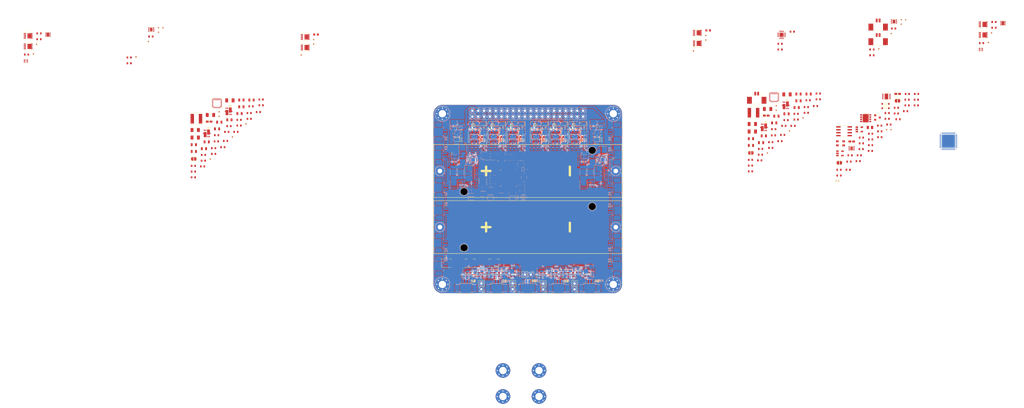
<source format=kicad_pcb>
(kicad_pcb (version 20210623) (generator pcbnew)

  (general
    (thickness 1)
  )

  (paper "A4")
  (title_block
    (title "BUTCube - EPS")
    (date "2021-08-20")
    (rev "v1.0")
    (company "VUT - FIT(STRaDe) & FME(IAE & IPE)")
    (comment 1 "Author: Petr Malaník")
  )

  (layers
    (0 "F.Cu" signal)
    (1 "In1.Cu" power)
    (2 "In2.Cu" mixed)
    (31 "B.Cu" signal)
    (32 "B.Adhes" user "B.Adhesive")
    (33 "F.Adhes" user "F.Adhesive")
    (34 "B.Paste" user)
    (35 "F.Paste" user)
    (36 "B.SilkS" user "B.Silkscreen")
    (37 "F.SilkS" user "F.Silkscreen")
    (38 "B.Mask" user)
    (39 "F.Mask" user)
    (40 "Dwgs.User" user "User.Drawings")
    (41 "Cmts.User" user "User.Comments")
    (42 "Eco1.User" user "User.Eco1")
    (43 "Eco2.User" user "User.Eco2")
    (44 "Edge.Cuts" user)
    (45 "Margin" user)
    (46 "B.CrtYd" user "B.Courtyard")
    (47 "F.CrtYd" user "F.Courtyard")
    (48 "B.Fab" user)
    (49 "F.Fab" user)
    (50 "User.1" user)
    (51 "User.2" user)
    (52 "User.3" user)
    (53 "User.4" user)
    (54 "User.5" user)
    (55 "User.6" user)
    (56 "User.7" user)
    (57 "User.8" user)
    (58 "User.9" user)
  )

  (setup
    (stackup
      (layer "F.SilkS" (type "Top Silk Screen"))
      (layer "F.Paste" (type "Top Solder Paste"))
      (layer "F.Mask" (type "Top Solder Mask") (color "Green") (thickness 0.01))
      (layer "F.Cu" (type "copper") (thickness 0.035))
      (layer "dielectric 1" (type "core") (thickness 0.28) (material "FR4") (epsilon_r 4.5) (loss_tangent 0.02))
      (layer "In1.Cu" (type "copper") (thickness 0.035))
      (layer "dielectric 2" (type "prepreg") (thickness 0.28) (material "FR4") (epsilon_r 4.5) (loss_tangent 0.02))
      (layer "In2.Cu" (type "copper") (thickness 0.035))
      (layer "dielectric 3" (type "core") (thickness 0.28) (material "FR4") (epsilon_r 4.5) (loss_tangent 0.02))
      (layer "B.Cu" (type "copper") (thickness 0.035))
      (layer "B.Mask" (type "Bottom Solder Mask") (color "Green") (thickness 0.01))
      (layer "B.Paste" (type "Bottom Solder Paste"))
      (layer "B.SilkS" (type "Bottom Silk Screen"))
      (copper_finish "Immersion gold")
      (dielectric_constraints no)
    )
    (pad_to_mask_clearance 0)
    (pcbplotparams
      (layerselection 0x00010fc_ffffffff)
      (disableapertmacros false)
      (usegerberextensions false)
      (usegerberattributes true)
      (usegerberadvancedattributes true)
      (creategerberjobfile true)
      (svguseinch false)
      (svgprecision 6)
      (excludeedgelayer true)
      (plotframeref false)
      (viasonmask false)
      (mode 1)
      (useauxorigin false)
      (hpglpennumber 1)
      (hpglpenspeed 20)
      (hpglpendiameter 15.000000)
      (dxfpolygonmode true)
      (dxfimperialunits true)
      (dxfusepcbnewfont true)
      (psnegative false)
      (psa4output false)
      (plotreference true)
      (plotvalue true)
      (plotinvisibletext false)
      (sketchpadsonfab false)
      (subtractmaskfromsilk false)
      (outputformat 1)
      (mirror false)
      (drillshape 1)
      (scaleselection 1)
      (outputdirectory "")
    )
  )

  (net 0 "")
  (net 1 "Net-(C1-Pad1)")
  (net 2 "VBUS")
  (net 3 "/Unit #1/MCU/MCU_POWER")
  (net 4 "/Unit #1/Battery charger/BAT")
  (net 5 "/Unit #1/Battery charger/SOLAR_IN")
  (net 6 "/USB power/USB_POWER")
  (net 7 "Net-(C6-Pad1)")
  (net 8 "Net-(C6-Pad2)")
  (net 9 "Net-(C7-Pad1)")
  (net 10 "GND")
  (net 11 "Net-(C7-Pad2)")
  (net 12 "Net-(C8-Pad1)")
  (net 13 "/Unit #1/Battery charger/PMID")
  (net 14 "/Unit #1/Battery charger/SYS")
  (net 15 "/Unit #1/Battery charger/REGN")
  (net 16 "/Unit #1/Activation control/PWR_OUT")
  (net 17 "Net-(C29-Pad1)")
  (net 18 "/Unit #1/MCU/OUT_CUR")
  (net 19 "Net-(C32-Pad1)")
  (net 20 "/Unit #1/MCU/VREF")
  (net 21 "Net-(C47-Pad1)")
  (net 22 "/Unit #2/MCU/MCU_POWER")
  (net 23 "/Unit #2/Battery charger/SOLAR_IN")
  (net 24 "Net-(C52-Pad1)")
  (net 25 "Net-(C52-Pad2)")
  (net 26 "Net-(C53-Pad1)")
  (net 27 "Net-(C53-Pad2)")
  (net 28 "Net-(C54-Pad1)")
  (net 29 "/Unit #2/Battery charger/PMID")
  (net 30 "/Unit #2/Battery charger/SYS")
  (net 31 "/Unit #2/Battery charger/REGN")
  (net 32 "/Unit #2/Activation control/PWR_OUT")
  (net 33 "Net-(C75-Pad1)")
  (net 34 "/Unit #2/MCU/OUT_CUR")
  (net 35 "Net-(C78-Pad1)")
  (net 36 "/Unit #2/MCU/VREF")
  (net 37 "Net-(C93-Pad1)")
  (net 38 "Net-(C94-Pad1)")
  (net 39 "/Unit #1/Output control/PWR_OUT")
  (net 40 "Net-(C96-Pad1)")
  (net 41 "Net-(C97-Pad1)")
  (net 42 "/Unit #2/Output control/PWR_OUT")
  (net 43 "Net-(C101-Pad1)")
  (net 44 "Net-(C102-Pad1)")
  (net 45 "Net-(C106-Pad1)")
  (net 46 "Net-(C107-Pad1)")
  (net 47 "Net-(C111-Pad1)")
  (net 48 "Net-(C112-Pad1)")
  (net 49 "Net-(C116-Pad1)")
  (net 50 "Net-(C117-Pad1)")
  (net 51 "Net-(C121-Pad1)")
  (net 52 "Net-(C122-Pad1)")
  (net 53 "/Unit #1/ADC/VBAT_CUR")
  (net 54 "/Unit #2/ADC/VBAT_CUR")
  (net 55 "Net-(C129-Pad1)")
  (net 56 "Net-(C130-Pad1)")
  (net 57 "Net-(C131-Pad1)")
  (net 58 "Net-(C132-Pad1)")
  (net 59 "Net-(C133-Pad1)")
  (net 60 "/Unit #2/Activation control/Activation logic/PWR_IN")
  (net 61 "Net-(C138-Pad1)")
  (net 62 "Net-(C139-Pad1)")
  (net 63 "Net-(C140-Pad1)")
  (net 64 "Net-(C141-Pad1)")
  (net 65 "Net-(C142-Pad1)")
  (net 66 "/Unit #1/Activation control/Activation logic/PWR_IN")
  (net 67 "Net-(D2-Pad2)")
  (net 68 "/Stack connector/CAN_L")
  (net 69 "/Stack connector/CAN_H")
  (net 70 "/Unit #1/ADC/1V8_CUR")
  (net 71 "/Unit #2/ADC/1V8_CUR")
  (net 72 "/Unit #1/ADC/3V3_CUR")
  (net 73 "/Unit #2/ADC/3V3_CUR")
  (net 74 "/Unit #1/ADC/5V_CUR")
  (net 75 "/Unit #2/ADC/5V_CUR")
  (net 76 "/Unit #1/Activation control/PWR_IN")
  (net 77 "/Unit #1/MCU/POWER")
  (net 78 "Net-(F3-Pad2)")
  (net 79 "/Unit #2/Activation control/PWR_IN")
  (net 80 "/Unit #2/MCU/POWER")
  (net 81 "Net-(F6-Pad2)")
  (net 82 "Net-(F7-Pad1)")
  (net 83 "/Unit #1/1V8")
  (net 84 "Net-(F8-Pad1)")
  (net 85 "/Unit #2/1V8")
  (net 86 "Net-(F9-Pad1)")
  (net 87 "/Unit #1/3V3")
  (net 88 "Net-(F10-Pad1)")
  (net 89 "/Unit #2/3V3")
  (net 90 "Net-(F11-Pad1)")
  (net 91 "/Unit #1/5V")
  (net 92 "Net-(F12-Pad1)")
  (net 93 "/Unit #2/5V")
  (net 94 "Net-(F13-Pad1)")
  (net 95 "/Unit #1/VBAT")
  (net 96 "Net-(F14-Pad1)")
  (net 97 "/Unit #2/VBAT")
  (net 98 "Net-(J7-Pad1)")
  (net 99 "/Unit #1/MCU/DBG_TX")
  (net 100 "/Unit #1/MCU/DBG_RX")
  (net 101 "/Unit #1/MCU/SWCLK")
  (net 102 "/Unit #1/MCU/SWDIO")
  (net 103 "/Unit #1/Battery temperature control/NTC_OUT")
  (net 104 "Net-(J11-Pad1)")
  (net 105 "/Stack connector/EPS#1_CHARGE")
  (net 106 "/Stack connector/RS_485_~{B}")
  (net 107 "/Stack connector/RS_485_A")
  (net 108 "/Stack connector/EPS#2_CHARGE")
  (net 109 "Net-(J19-Pad1)")
  (net 110 "/Unit #2/MCU/DBG_TX")
  (net 111 "/Unit #2/MCU/DBG_RX")
  (net 112 "/Unit #2/MCU/SWCLK")
  (net 113 "/Unit #2/MCU/SWDIO")
  (net 114 "/Unit #2/Battery temperature control/NTC_OUT")
  (net 115 "Net-(J23-Pad1)")
  (net 116 "/Activation switches/RBF_PIN")
  (net 117 "/Activation switches/SW_#1")
  (net 118 "/Activation switches/SW_#2")
  (net 119 "/Activation switches/SW_#3")
  (net 120 "/Activation switches/SW_#4")
  (net 121 "Net-(JP1-Pad2)")
  (net 122 "Net-(JP2-Pad1)")
  (net 123 "/Unit #1/MCU/NRST")
  (net 124 "Net-(JP3-Pad1)")
  (net 125 "Net-(JP3-Pad2)")
  (net 126 "Net-(JP4-Pad2)")
  (net 127 "Net-(JP5-Pad1)")
  (net 128 "/Unit #2/MCU/NRST")
  (net 129 "Net-(JP6-Pad1)")
  (net 130 "Net-(JP6-Pad2)")
  (net 131 "Net-(L3-Pad1)")
  (net 132 "Net-(L3-Pad2)")
  (net 133 "Net-(L4-Pad1)")
  (net 134 "Net-(L4-Pad2)")
  (net 135 "Net-(L5-Pad1)")
  (net 136 "Net-(L5-Pad2)")
  (net 137 "Net-(L6-Pad1)")
  (net 138 "Net-(L6-Pad2)")
  (net 139 "Net-(L7-Pad1)")
  (net 140 "Net-(L7-Pad2)")
  (net 141 "Net-(L8-Pad1)")
  (net 142 "Net-(L8-Pad2)")
  (net 143 "Net-(Q1-PadG1)")
  (net 144 "Net-(Q1-PadS1)")
  (net 145 "Net-(Q2-PadG1)")
  (net 146 "Net-(Q2-PadS1)")
  (net 147 "/Unit #1/Activation control/Activation logic/SEP_EN")
  (net 148 "Net-(Q3-Pad5)")
  (net 149 "/Unit #1/Activation control/Activation logic/RBF_EN")
  (net 150 "Net-(Q5-Pad1)")
  (net 151 "Net-(Q5-Pad3)")
  (net 152 "Net-(Q7-Pad1)")
  (net 153 "Net-(Q7-Pad4)")
  (net 154 "Net-(Q7-Pad5)")
  (net 155 "Net-(Q9-PadG1)")
  (net 156 "Net-(Q9-PadS1)")
  (net 157 "Net-(Q10-PadG1)")
  (net 158 "Net-(Q10-PadS1)")
  (net 159 "/Unit #2/Activation control/Activation logic/SEP_EN")
  (net 160 "Net-(Q11-Pad5)")
  (net 161 "/Unit #2/Activation control/Activation logic/RBF_EN")
  (net 162 "Net-(Q13-Pad1)")
  (net 163 "Net-(Q13-Pad3)")
  (net 164 "Net-(Q15-Pad1)")
  (net 165 "Net-(Q15-Pad4)")
  (net 166 "Net-(Q15-Pad5)")
  (net 167 "Net-(Q17-Pad4)")
  (net 168 "Net-(Q17-Pad5)")
  (net 169 "Net-(Q18-Pad1)")
  (net 170 "Net-(Q18-Pad4)")
  (net 171 "Net-(Q19-Pad4)")
  (net 172 "Net-(Q19-Pad5)")
  (net 173 "Net-(Q20-Pad1)")
  (net 174 "Net-(Q20-Pad4)")
  (net 175 "/Unit #1/Power supplies/Power_supply_1V8/PER_POWER")
  (net 176 "/Unit #1/MCU/1V8_EN")
  (net 177 "/Unit #2/Power supplies/Power_supply_1V8/PER_POWER")
  (net 178 "/Unit #2/MCU/1V8_EN")
  (net 179 "/Unit #1/MCU/3V3_EN")
  (net 180 "/Unit #2/MCU/3V3_EN")
  (net 181 "/Unit #1/Power supplies/Power_supply_5V/PER_POWER")
  (net 182 "/Unit #1/MCU/5V_EN")
  (net 183 "/Unit #2/Power supplies/Power_supply_5V/PER_POWER")
  (net 184 "/Unit #2/MCU/5V_EN")
  (net 185 "Net-(Q27-Pad1)")
  (net 186 "/Unit #1/MCU/VBAT_EN")
  (net 187 "Net-(Q28-Pad1)")
  (net 188 "/Unit #2/MCU/VBAT_EN")
  (net 189 "/Unit #1/Battery charger/D+")
  (net 190 "/Unit #1/Battery charger/D-")
  (net 191 "Net-(R5-Pad2)")
  (net 192 "Net-(R6-Pad2)")
  (net 193 "Net-(R7-Pad1)")
  (net 194 "Net-(R8-Pad2)")
  (net 195 "Net-(D1-Pad2)")
  (net 196 "Net-(R11-Pad1)")
  (net 197 "Net-(R16-Pad2)")
  (net 198 "Net-(R17-Pad2)")
  (net 199 "Net-(R18-Pad2)")
  (net 200 "Net-(R21-Pad2)")
  (net 201 "Net-(R22-Pad1)")
  (net 202 "Net-(R24-Pad2)")
  (net 203 "/Unit #1/MCU/VBAT")
  (net 204 "/Unit #1/MCU/VDDUSB")
  (net 205 "Net-(R30-Pad1)")
  (net 206 "/Unit #1/MCU/CAN_RS")
  (net 207 "/Unit #1/MCU/RS_485_R_EN")
  (net 208 "/Unit #1/MCU/RS_485_T_EN")
  (net 209 "/Unit #1/Battery temperature control/EN")
  (net 210 "/Unit #1/Battery temperature control/NTC_REF")
  (net 211 "/Unit #2/Battery charger/D+")
  (net 212 "/Unit #2/Battery charger/D-")
  (net 213 "Net-(R47-Pad2)")
  (net 214 "Net-(R57-Pad2)")
  (net 215 "/Unit #2/MCU/VBAT")
  (net 216 "/Unit #2/MCU/VDDUSB")
  (net 217 "/Unit #2/MCU/CAN_RS")
  (net 218 "/Unit #2/MCU/RS_485_R_EN")
  (net 219 "/Unit #2/MCU/RS_485_T_EN")
  (net 220 "/Unit #2/Battery temperature control/EN")
  (net 221 "/Unit #2/Battery temperature control/NTC_REF")
  (net 222 "Net-(R82-Pad1)")
  (net 223 "Net-(R91-Pad2)")
  (net 224 "Net-(R98-Pad2)")
  (net 225 "Net-(R105-Pad2)")
  (net 226 "Net-(R112-Pad2)")
  (net 227 "Net-(R119-Pad2)")
  (net 228 "/Unit #1/Battery temperature control/~{FAULT}")
  (net 229 "/Unit #2/Battery temperature control/~{FAULT}")
  (net 230 "Net-(TP61-Pad1)")
  (net 231 "Net-(TP62-Pad1)")
  (net 232 "Net-(TP63-Pad1)")
  (net 233 "Net-(TP64-Pad1)")
  (net 234 "Net-(TP67-Pad1)")
  (net 235 "Net-(TP69-Pad1)")
  (net 236 "Net-(TP70-Pad1)")
  (net 237 "Net-(TP71-Pad1)")
  (net 238 "Net-(TP72-Pad1)")
  (net 239 "Net-(TP75-Pad1)")
  (net 240 "/Unit #1/ADC/~{CS}")
  (net 241 "/Unit #1/MCU/SPI_MISO")
  (net 242 "/Unit #1/MCU/SPI_SCK")
  (net 243 "/Unit #1/MCU/SPI_MOSI")
  (net 244 "Net-(D1-Pad1)")
  (net 245 "/Unit #1/Battery charger/SCL")
  (net 246 "/Unit #1/Battery charger/SDA")
  (net 247 "/Unit #1/Battery charger/~{INT}")
  (net 248 "/Unit #1/MCU/WDG_RESET")
  (net 249 "/Unit #1/MCU/FRAM_CS")
  (net 250 "/Unit #1/MCU/LSE")
  (net 251 "/Unit #1/MCU/HSE")
  (net 252 "/Unit #1/Battery charger/BAT_ALERT")
  (net 253 "/Unit #1/MCU/RS_485_R")
  (net 254 "/Unit #1/MCU/RS_485_T")
  (net 255 "/Unit #1/MCU/CAN_RX")
  (net 256 "/Unit #1/MCU/CAN_TX")
  (net 257 "/Unit #2/ADC/~{CS}")
  (net 258 "/Unit #2/MCU/SPI_MISO")
  (net 259 "/Unit #2/MCU/SPI_SCK")
  (net 260 "/Unit #2/MCU/SPI_MOSI")
  (net 261 "Net-(D5-Pad1)")
  (net 262 "/Unit #2/Battery charger/SCL")
  (net 263 "/Unit #2/Battery charger/SDA")
  (net 264 "/Unit #2/Battery charger/~{INT}")
  (net 265 "/Unit #2/MCU/WDG_RESET")
  (net 266 "/Unit #2/MCU/FRAM_CS")
  (net 267 "/Unit #2/MCU/LSE")
  (net 268 "/Unit #2/MCU/HSE")
  (net 269 "/Unit #2/Battery charger/BAT_ALERT")
  (net 270 "/Unit #2/MCU/RS_485_R")
  (net 271 "/Unit #2/MCU/RS_485_T")
  (net 272 "/Unit #2/MCU/CAN_RX")
  (net 273 "/Unit #2/MCU/CAN_TX")
  (net 274 "Net-(U52-Pad6)")
  (net 275 "Net-(U53-Pad8)")
  (net 276 "Net-(U54-Pad12)")
  (net 277 "Net-(U48-Pad6)")
  (net 278 "Net-(U48-Pad8)")
  (net 279 "Net-(U48-Pad12)")
  (net 280 "Net-(U49-Pad10)")
  (net 281 "Net-(U49-Pad8)")
  (net 282 "Net-(U49-Pad12)")
  (net 283 "Net-(U50-Pad12)")
  (net 284 "Net-(U52-Pad8)")
  (net 285 "Net-(U52-Pad12)")
  (net 286 "Net-(U53-Pad10)")
  (net 287 "Net-(U53-Pad12)")
  (net 288 "Net-(D4-Pad1)")
  (net 289 "Net-(D7-Pad1)")
  (net 290 "Net-(D7-Pad2)")
  (net 291 "Net-(D8-Pad2)")
  (net 292 "Net-(D10-Pad1)")
  (net 293 "Net-(D11-Pad1)")
  (net 294 "/Unit #1/MCU/LED1")
  (net 295 "/Unit #1/MCU/LED2")
  (net 296 "Net-(R41-Pad1)")
  (net 297 "Net-(R46-Pad2)")
  (net 298 "Net-(R48-Pad1)")
  (net 299 "Net-(R49-Pad2)")
  (net 300 "Net-(R52-Pad1)")
  (net 301 "Net-(R58-Pad2)")
  (net 302 "Net-(R59-Pad2)")
  (net 303 "Net-(R62-Pad2)")
  (net 304 "Net-(R63-Pad1)")
  (net 305 "Net-(R65-Pad2)")
  (net 306 "Net-(R71-Pad1)")
  (net 307 "/Unit #2/MCU/LED1")
  (net 308 "/Unit #2/MCU/LED2")
  (net 309 "Net-(R84-Pad1)")
  (net 310 "Net-(R86-Pad1)")
  (net 311 "Net-(R88-Pad2)")
  (net 312 "Net-(R89-Pad1)")
  (net 313 "Net-(R95-Pad2)")
  (net 314 "Net-(R96-Pad1)")
  (net 315 "Net-(R102-Pad2)")
  (net 316 "Net-(R103-Pad1)")
  (net 317 "Net-(R109-Pad2)")
  (net 318 "Net-(R110-Pad1)")
  (net 319 "Net-(R116-Pad2)")
  (net 320 "Net-(R117-Pad1)")
  (net 321 "Net-(R123-Pad2)")
  (net 322 "Net-(R124-Pad1)")
  (net 323 "Net-(R126-Pad2)")
  (net 324 "Net-(R132-Pad2)")
  (net 325 "Net-(R137-Pad2)")
  (net 326 "/Unit #2/Battery charger/BAT")
  (net 327 "/Unit #1/Battery charger/BAT+")
  (net 328 "/Unit #2/Battery charger/BAT+")

  (footprint "TCY_passives:C_0603_1608Metric" (layer "F.Cu") (at -6.69 62.6))

  (footprint "TCY_passives:C_0603_1608Metric" (layer "F.Cu") (at 252.82 41.71))

  (footprint "TCY_passives:R_0603_1608Metric" (layer "F.Cu") (at 227.69 63.37))

  (footprint "Diode_SMD:D_SOD-323F" (layer "F.Cu") (at 95.1 59.325 180))

  (footprint "TCY_passives:C_0603_1608Metric" (layer "F.Cu") (at 261.855 74.97))

  (footprint "TCY_IC:VQFN-HR_29(34)_4x4mm_P0.4mm" (layer "F.Cu") (at 233.555 40.775))

  (footprint "TCY_passives:R_0603_1608Metric" (layer "F.Cu") (at 93.1 53.725 90))

  (footprint "Package_TO_SOT_SMD:SOT-23-5" (layer "F.Cu") (at 262.275 65.33))

  (footprint "TCY_passives:R_0603_1608Metric" (layer "F.Cu") (at 276.2 19.99))

  (footprint "MountingHole:MountingHole_3.2mm_M3_Pad_Via" (layer "F.Cu") (at 89 122.5))

  (footprint "TCY_passives:R_0603_1608Metric" (layer "F.Cu") (at 107.05 58.2))

  (footprint "TCY_passives:C_0603_1608Metric" (layer "F.Cu") (at -15.51 71.01))

  (footprint "TCY_connectors:TestPoint_Pad_D0.5mm" (layer "F.Cu") (at 158.4 59.9))

  (footprint "TCY_connectors:Amphenol_10114830-11102LF_1x02_P1.25mm_Horizontal" (layer "F.Cu") (at 99.25 122))

  (footprint "TCY_passives:R_0603_1608Metric" (layer "F.Cu") (at 113.7 118.2 -90))

  (footprint "TCY_passives:R_0603_1608Metric" (layer "F.Cu") (at 276.2 22.5))

  (footprint "TCY_passives:R_0603_1608Metric" (layer "F.Cu") (at 151.187255 118.138244 -90))

  (footprint "TCY_passives:R_0603_1608Metric" (layer "F.Cu") (at 266.705 66.18))

  (footprint "TCY_connectors:TestPoint_Pad_D0.5mm" (layer "F.Cu") (at -44.52 23.21))

  (footprint "TCY_connectors:TestPoint_Pad_D0.5mm" (layer "F.Cu") (at -12.13 67.78))

  (footprint "TCY_passives:R_0603_1608Metric" (layer "F.Cu") (at 295.555 41.88))

  (footprint "TCY_passives:R_0603_1608Metric" (layer "F.Cu") (at 223.28 70.65))

  (footprint "Connector_PinHeader_2.54mm:PinHeader_1x02_P2.54mm_Vertical" (layer "F.Cu") (at 146.6 124.675 180))

  (footprint "TCY_passives:C_0603_1608Metric" (layer "F.Cu") (at 287.585 50.43))

  (footprint "TCY_passives:R_0603_1608Metric" (layer "F.Cu") (at 248.41 42.15))

  (footprint "TCY_passives:R_0603_1608Metric" (layer "F.Cu") (at -38.05 14.32))

  (footprint "TCY_passives:R_0603_1608Metric" (layer "F.Cu") (at -86.81 12.98))

  (footprint "TCY_passives:R_0603_1608Metric" (layer "F.Cu") (at 290.875 46.9))

  (footprint "TCY_passives:R_0603_1608Metric" (layer "F.Cu") (at 115.45 55.4))

  (footprint "TCY_passives:R_0603_1608Metric" (layer "F.Cu") (at 150.8 54 180))

  (footprint "TCY_connectors:TestPoint_Pad_D0.5mm" (layer "F.Cu") (at -39.08 16.55))

  (footprint "TCY_connectors:TestPoint_Pad_D0.5mm" (layer "F.Cu") (at -8.29 47.2))

  (footprint "TCY_passives:C_0805_2012Metric" (layer "F.Cu") (at 233.61 52.02))

  (footprint "TCY_passives:R_0603_1608Metric" (layer "F.Cu") (at -10.7 63.04))

  (footprint "TCY_passives:R_0603_1608Metric" (layer "F.Cu") (at 237.31 57.26))

  (footprint "TCY_passives:R_0603_1608Metric" (layer "F.Cu") (at 131.987255 118.138244 90))

  (footprint "TCY_passives:C_0603_1608Metric" (layer "F.Cu") (at 282.855 50.23))

  (footprint "TCY_passives:R_0603_1608Metric" (layer "F.Cu") (at 271.625 60.94))

  (footprint "TCY_passives:C_0603_1608Metric" (layer "F.Cu") (at 223.28 73.16))

  (footprint "TCY_connectors:TestPoint_Pad_D0.5mm" (layer "F.Cu") (at 290.92 6.99))

  (footprint "Package_SO:Vishay_PowerPAK_1212-8_Single" (layer "F.Cu") (at 200.13 17.32))

  (footprint "Package_SO:Vishay_PowerPAK_1212-8_Single" (layer "F.Cu") (at 200.13 12.71))

  (footprint "TCY_passives:R_0603_1608Metric" (layer "F.Cu") (at 238.79 50.8))

  (footprint "TCY_connectors:TestPoint_Pad_D0.5mm" (layer "F.Cu") (at 114.675 59.5))

  (footprint "TCY_passives:C_0805_2012Metric" (layer "F.Cu") (at -9.19 54.64))

  (footprint "TCY_connectors:TestPoint_Pad_D0.5mm" (layer "F.Cu") (at 107.825 59.5))

  (footprint "TCY_passives:C_0805_2012Metric" (layer "F.Cu") (at -8.22 51.69))

  (footprint "TCY_connectors:TestPoint_Pad_D0.5mm" (layer "F.Cu") (at 124.625 59.5))

  (footprint "Diode_SMD:D_SOD-323F" (layer "F.Cu") (at 106.7 52.25 180))

  (footprint "TCY_oscillators:CSP-4_1.5x0.8mm" (layer "F.Cu") (at 261.21 77.285))

  (footprint "TCY_passives:R_0603_1608Metric" (layer "F.Cu") (at 275.635 56.73))

  (footprint "TCY_passives:C_0603_1608Metric" (layer "F.Cu") (at 236.11 59.98))

  (footprint "TCY_connectors:TestPoint_Pad_D0.5mm" (layer "F.Cu") (at 3.38 52.46))

  (footprint "TCY_passives:C_0603_1608Metric" (layer "F.Cu") (at 138.787255 118.138244 -90))

  (footprint "TCY_passives:R_0603_1608Metric" (layer "F.Cu") (at 223.28 68.14))

  (footprint "TCY_passives:C_0603_1608Metric" (layer "F.Cu") (at 10.02 41.82))

  (footprint "TCY_passives:C_0603_1608Metric" (layer "F.Cu") (at 295.655 39.37))

  (footprint "TCY_passives:R_0603_1608Metric" (layer "F.Cu") (at 120.5 118.2 90))

  (footprint "TCY_passives:C_0805_2012Metric" (layer "F.Cu") (at 243.4 45.32))

  (footprint "Diode_SMD:D_SOD-323F" (layer "F.Cu") (at 133.65 52.25 180))

  (footprint "Fuse:Fuse_0603_1608Metric" (layer "F.Cu") (at 33.94 13.46))

  (footprint "TCY_passives:C_0805_2012Metric" (layer "F.Cu")
    (tedit 613075DC) (tstamp 3ca24b94-e572-4b05-8ab9-bb4820539a14)
    (at 238.99 48.07)
    (descr "Capacitor SMD 0805 (2012 Metric), square (rectangular) end terminal, IPC_7351 nominal, (Body size source: https://docs.google.com/spreadsheets/d/1BsfQQcO9C6DZCsRaXUlFlo91Tg2WpOkGARC1WS5S8t0/edit?usp=sharing), generated with kicad-footprint-generator")
    (tags "capacitor")
    (property "Sheetfile" "Battery_charger.kicad_sch")
    (property "Sheetname" "Battery charger")
    (path "/4b3a0e0d-cdd4-41ca-aa78-0f9d521766f0/69a229f7-d3f6-4b7d-9358-aa1002ac32e6/3906c072-6efd-4ba5-b04f-a1fc530d3116")
    (attr smd)
    (fp_text reference "C69" (at 0 -1.65) (layer "F.SilkS") hide
      (effects (font (size 1 1) (thickness 0.15)))
      (tstamp 89d39b4e-b7f8-494b-ac41-54a9ba28bf6b)
    )
    (fp_text value "10uF" (at 0 1.65) (layer "F.Fab")
      (effects (font (size 1 1) (thickness 0.15)))
      (tstamp 32fbdd89-6520-4800-abff-c5fdc87eef75)
    )
    (fp_text user "${REFERENCE}" (at 0 0) (layer "F.Fab") hide
      (effects (font (size 0.5 0.5) (thickness 0.08)))
      (tstamp 8dab5196-1a3e-4e38-b46d-24a8116ca55d)
    )
    (fp_line (start -0.258578 0.71) (end 0.258578 0.71) (layer "F.SilkS") (width 0.12) (tstamp 16fcd47a-9ad0-406b-a72d-c03e1f1681f3))
    (fp_line (start -0.258578 -0.71) (end 0.258578 -0.71) (layer "F.SilkS") (width 0.12) (tstamp 8c942c44-4781-4c9f-98b8-fec64fde1568))
    (fp_line (start 1.5 0.8) (end -1.5 0.8) (layer "F.CrtYd") (width 0.05) (tstamp 27dfb97f-e444-4f18-82c2-0dbebdf30b22))
    (fp_line (start 1.5 -0.8) (end 1.5 0.8) (layer "F.CrtYd") (width 0.05) (tstamp 7462f699-bc84-41dc-9960-e6e39affd8e1))
    (fp_line (start -1.5 -0.8) (end 1.5 -0.8) (layer "F.CrtYd") (width 0.05) (tstamp 8e387e4f-9402-4e6b-bc6d-5b427e3cf0e6))
    (fp_line (start -1.5 0.8) (end -1.5 -0.8) (layer "F.CrtYd") (width 0.05) (tstamp d992318b-0535-47c5-a178-021139f7c015))
    (fp_line (start -1 0.6) (end -1 -0.6) (layer "F.Fab") (width 0.1) (tstamp 97869767-da51-4ab2-9700-1bb8369f8abf))
    (fp_line (start -1 -0.6) (end 1 -0.6) (layer "F.Fab") (width 0.1) (tstamp b2baf43e-f27a-4022-9f95-2bedebfbf8df))
    (fp_line (start 1 0.6) (end -1 0.6) (layer "F.Fab") (width 0.1) (tstamp e2c4c708-6834-4bb1-ba3e-03989b6e47a5))
    (fp_line (start 1 -0.6) (end 1 0.6) (layer "F.Fab") (width 0.1) (tstamp eba1cbba-bd8f-4fef-a54f-49016716018a))
    (pad "1" smd roundrect locked (at -0.9375 0) (size 0.8 1.3) (layers "F.Cu" "F.Paste" "F.Mask") (roundrect_rratio 0.25)
      (net 30 "/Unit #2/Battery charger/SYS") (pintype "passive") (tstamp 46576261-eae2-4fe5-af4e-60a026fe1c27))
    (pad "2" smd roundrect locked (at 0.9375 0) (size 0.8 1.3) (layers "F.Cu" "F.Paste" "F.Mask") (roundrect_rratio 0.25)
  
... [5075239 chars truncated]
</source>
